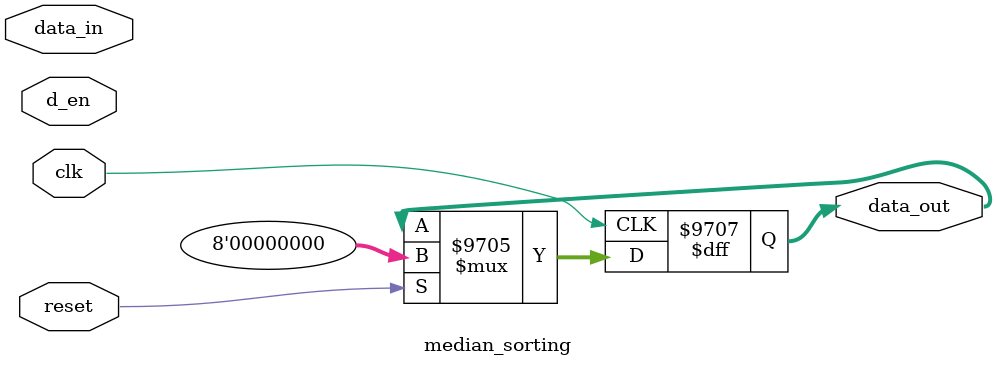
<source format=v>
module median_sorting(clk, reset, d_en, data_in, data_out);
    parameter n = 9; //Number of inputs
    parameter s = 8; //Size of the register

input clk, reset;
input [s-1:0] data_in;
input d_en;
output reg [s-1:0] data_out;

reg [s-1:0] reg_in [n-1 :0]; //Input registers
reg [s-1:0] reg_out [n-1:0]; // Output registers

reg [5:0] addr_in; //Input register data pointer
reg [5:0] addr_out; // Output register data pointer

reg d_sort;

reg [5:0]sort_count;

integer i,j;

   always @ (posedge clk) begin
     if(reset) begin
       for(i=0; i<n; i=i+1)
         reg_out[i] <= 8'd0;
         addr_in <= 6'd0;
         addr_out <= 6'd0;
         data_out <= 8'd0;
         d_sort <= 1'b0;
         sort_count <= 6'd0;
       end
       else if (d_en)begin
         reg_in[addr_in] <= data_in;
         addr_in <= addr_in + 1'b1;
         addr_out <= 6'd0;
       end
       else if (!d_en)begin
         for (j=n-1; j>=1; j=j-1)begin
           for (i=0; i<= n-2; i=i+1)begin
             if(reg_in[i] > reg_in[i+1]) begin //Comparison operation
               reg_in[i] <= reg_in[i+1]; // Swapping
               reg_in[i+1] <= reg_in[i]; // swapping
             end
             reg_out[i] <= reg_in[i]; //Transferring input reg value to output registers.
           end
           sort_count <= sort_count + 1'b1;
         end
           if(sort_count == (n-1))
             d_sort <=1'b1;
       end
       if(d_sort) begin
         d_out<= reg_out[addr_out];
         addr_out <= addr_out + 1'b1;
         addr_in <= 6'd0;
       end
   end
endmodule

</source>
